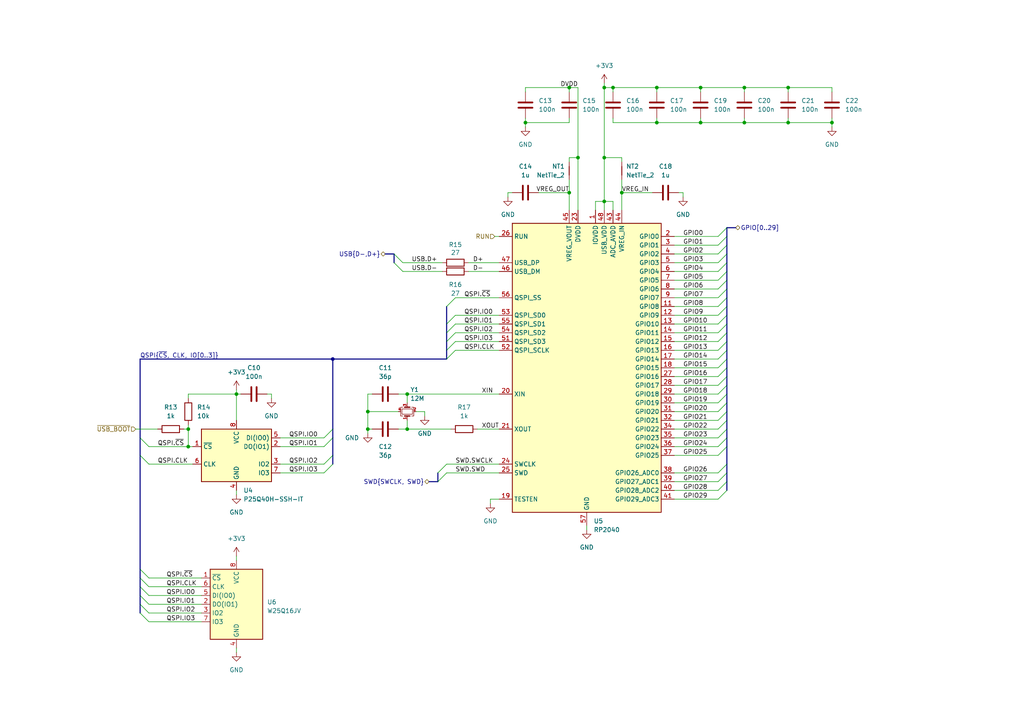
<source format=kicad_sch>
(kicad_sch (version 20230121) (generator eeschema)
  (paper "A4")
  (title_block (title "${title}") (date "2023-01-29") (rev "${revision}") (comment 1 "${repo}"))
  (lib_symbols
    (symbol "Device:C" (pin_numbers hide) (pin_names (offset 0.254))
      (property "Reference" "C" (at 0.635 2.54 0))
      (property "Value" "C" (at 0.635 -2.54 0))
      (symbol "C_0_1"
        (polyline (pts (xy -2.032 -0.762) (xy 2.032 -0.762)) (stroke (width 0.508)))
        (polyline (pts (xy -2.032 0.762) (xy 2.032 0.762)) (stroke (width 0.508)))
      )
      (symbol "C_1_1"
        (pin passive line (at 0 3.81 270) (length 2.794) (name "~") (number "1"))
        (pin passive line (at 0 -3.81 90) (length 2.794) (name "~") (number "2"))
      )
    )
    (symbol "Device:Crystal_GND24_Small" (pin_names (offset 1.016) hide)
      (property "Reference" "Y" (at 1.27 4.445 0))
      (property "Value" "Crystal_GND24_Small" (at 1.27 2.54 0))
      (symbol "Crystal_GND24_Small_0_1"
        (rectangle (start -0.762 -1.524) (end 0.762 1.524))
        (polyline (pts (xy -1.27 -0.762) (xy -1.27 0.762)) (stroke (width 0.381)))
        (polyline (pts (xy 1.27 -0.762) (xy 1.27 0.762)) (stroke (width 0.381)))
        (polyline (pts (xy -1.27 -1.27) (xy -1.27 -1.905) (xy 1.27 -1.905) (xy 1.27 -1.27)))
        (polyline (pts (xy -1.27 1.27) (xy -1.27 1.905) (xy 1.27 1.905) (xy 1.27 1.27)))
      )
      (symbol "Crystal_GND24_Small_1_1"
        (pin passive line (at -2.54 0 0) (length 1.27) (name "1") (number "1"))
        (pin passive line (at 0 -2.54 90) (length 0.635) (name "2") (number "2"))
        (pin passive line (at 2.54 0 180) (length 1.27) (name "3") (number "3"))
        (pin passive line (at 0 2.54 270) (length 0.635) (name "4") (number "4"))
      )
    )
    (symbol "Device:NetTie_2" (pin_numbers hide) (pin_names (offset 0) hide)
      (property "Reference" "NT" (at 0 1.27 0))
      (property "Value" "NetTie_2" (at 0 -1.27 0))
      (symbol "NetTie_2_0_1"
        (polyline (pts (xy -1.27 0) (xy 1.27 0)) (stroke (width 0.254)))
      )
      (symbol "NetTie_2_1_1"
        (pin passive line (at -2.54 0 0) (length 2.54) (name "1") (number "1"))
        (pin passive line (at 2.54 0 180) (length 2.54) (name "2") (number "2"))
      )
    )
    (symbol "Device:R" (pin_numbers hide) (pin_names (offset 0))
      (property "Reference" "R" (at 2.032 0 90))
      (property "Value" "R" (at 0 0 90))
      (symbol "R_0_1"
        (rectangle (start -1.016 -2.54) (end 1.016 2.54) (stroke (width 0.254)))
      )
      (symbol "R_1_1"
        (pin passive line (at 0 3.81 270) (length 1.27) (name "~") (number "1"))
        (pin passive line (at 0 -3.81 90) (length 1.27) (name "~") (number "2"))
      )
    )
    (symbol "MCU_RaspberryPi:RP2040"
      (property "Reference" "U" (at 17.78 45.72 0))
      (property "Value" "RP2040" (at 17.78 43.18 0))
      (symbol "RP2040_0_1"
        (rectangle (start -21.59 41.91) (end 21.59 -41.91) (stroke (width 0.254)) (fill (type background)))
      )
      (symbol "RP2040_1_1"
        (pin power_in line (at 2.54 45.72 270) (length 3.81) (name "IOVDD") (number "1"))
        (pin passive line (at 2.54 45.72 270) (length 3.81) hide (name "IOVDD") (number "10"))
        (pin bidirectional line (at 25.4 17.78 180) (length 3.81) (name "GPIO8") (number "11"))
        (pin bidirectional line (at 25.4 15.24 180) (length 3.81) (name "GPIO9") (number "12"))
        (pin bidirectional line (at 25.4 12.7 180) (length 3.81) (name "GPIO10") (number "13"))
        (pin bidirectional line (at 25.4 10.16 180) (length 3.81) (name "GPIO11") (number "14"))
        (pin bidirectional line (at 25.4 7.62 180) (length 3.81) (name "GPIO12") (number "15"))
        (pin bidirectional line (at 25.4 5.08 180) (length 3.81) (name "GPIO13") (number "16"))
        (pin bidirectional line (at 25.4 2.54 180) (length 3.81) (name "GPIO14") (number "17"))
        (pin bidirectional line (at 25.4 0 180) (length 3.81) (name "GPIO15") (number "18"))
        (pin input line (at -25.4 -38.1 0) (length 3.81) (name "TESTEN") (number "19"))
        (pin bidirectional line (at 25.4 38.1 180) (length 3.81) (name "GPIO0") (number "2"))
        (pin input line (at -25.4 -7.62 0) (length 3.81) (name "XIN") (number "20"))
        (pin passive line (at -25.4 -17.78 0) (length 3.81) (name "XOUT") (number "21"))
        (pin passive line (at 2.54 45.72 270) (length 3.81) hide (name "IOVDD") (number "22"))
        (pin power_in line (at -2.54 45.72 270) (length 3.81) (name "DVDD") (number "23"))
        (pin output line (at -25.4 -27.94 0) (length 3.81) (name "SWCLK") (number "24"))
        (pin bidirectional line (at -25.4 -30.48 0) (length 3.81) (name "SWD") (number "25"))
        (pin input line (at -25.4 38.1 0) (length 3.81) (name "RUN") (number "26"))
        (pin bidirectional line (at 25.4 -2.54 180) (length 3.81) (name "GPIO16") (number "27"))
        (pin bidirectional line (at 25.4 -5.08 180) (length 3.81) (name "GPIO17") (number "28"))
        (pin bidirectional line (at 25.4 -7.62 180) (length 3.81) (name "GPIO18") (number "29"))
        (pin bidirectional line (at 25.4 35.56 180) (length 3.81) (name "GPIO1") (number "3"))
        (pin bidirectional line (at 25.4 -10.16 180) (length 3.81) (name "GPIO19") (number "30"))
        (pin bidirectional line (at 25.4 -12.7 180) (length 3.81) (name "GPIO20") (number "31"))
        (pin bidirectional line (at 25.4 -15.24 180) (length 3.81) (name "GPIO21") (number "32"))
        (pin passive line (at 2.54 45.72 270) (length 3.81) hide (name "IOVDD") (number "33"))
        (pin bidirectional line (at 25.4 -17.78 180) (length 3.81) (name "GPIO22") (number "34"))
        (pin bidirectional line (at 25.4 -20.32 180) (length 3.81) (name "GPIO23") (number "35"))
        (pin bidirectional line (at 25.4 -22.86 180) (length 3.81) (name "GPIO24") (number "36"))
        (pin bidirectional line (at 25.4 -25.4 180) (length 3.81) (name "GPIO25") (number "37"))
        (pin bidirectional line (at 25.4 -30.48 180) (length 3.81) (name "GPIO26_ADC0") (number "38"))
        (pin bidirectional line (at 25.4 -33.02 180) (length 3.81) (name "GPIO27_ADC1") (number "39"))
        (pin bidirectional line (at 25.4 33.02 180) (length 3.81) (name "GPIO2") (number "4"))
        (pin bidirectional line (at 25.4 -35.56 180) (length 3.81) (name "GPIO28_ADC2") (number "40"))
        (pin bidirectional line (at 25.4 -38.1 180) (length 3.81) (name "GPIO29_ADC3") (number "41"))
        (pin passive line (at 2.54 45.72 270) (length 3.81) hide (name "IOVDD") (number "42"))
        (pin power_in line (at 7.62 45.72 270) (length 3.81) (name "ADC_AVDD") (number "43"))
        (pin power_in line (at 10.16 45.72 270) (length 3.81) (name "VREG_IN") (number "44"))
        (pin power_out line (at -5.08 45.72 270) (length 3.81) (name "VREG_VOUT") (number "45"))
        (pin bidirectional line (at -25.4 27.94 0) (length 3.81) (name "USB_DM") (number "46"))
        (pin bidirectional line (at -25.4 30.48 0) (length 3.81) (name "USB_DP") (number "47"))
        (pin power_in line (at 5.08 45.72 270) (length 3.81) (name "USB_VDD") (number "48"))
        (pin passive line (at 2.54 45.72 270) (length 3.81) hide (name "IOVDD") (number "49"))
        (pin bidirectional line (at 25.4 30.48 180) (length 3.81) (name "GPIO3") (number "5"))
        (pin passive line (at -2.54 45.72 270) (length 3.81) hide (name "DVDD") (number "50"))
        (pin bidirectional line (at -25.4 7.62 0) (length 3.81) (name "QSPI_SD3") (number "51"))
        (pin output line (at -25.4 5.08 0) (length 3.81) (name "QSPI_SCLK") (number "52"))
        (pin bidirectional line (at -25.4 15.24 0) (length 3.81) (name "QSPI_SD0") (number "53"))
        (pin bidirectional line (at -25.4 10.16 0) (length 3.81) (name "QSPI_SD2") (number "54"))
        (pin bidirectional line (at -25.4 12.7 0) (length 3.81) (name "QSPI_SD1") (number "55"))
        (pin bidirectional line (at -25.4 20.32 0) (length 3.81) (name "QSPI_SS") (number "56"))
        (pin power_in line (at 0 -45.72 90) (length 3.81) (name "GND") (number "57"))
        (pin bidirectional line (at 25.4 27.94 180) (length 3.81) (name "GPIO4") (number "6"))
        (pin bidirectional line (at 25.4 25.4 180) (length 3.81) (name "GPIO5") (number "7"))
        (pin bidirectional line (at 25.4 22.86 180) (length 3.81) (name "GPIO6") (number "8"))
        (pin bidirectional line (at 25.4 20.32 180) (length 3.81) (name "GPIO7") (number "9"))
      )
    )
    (symbol "Memory_Flash:W25Q32JVSS"
      (property "Reference" "U" (at -8.89 8.89 0))
      (property "Value" "W25Q32JVSS" (at 7.62 8.89 0))
      (symbol "W25Q32JVSS_0_1"
        (rectangle (start -10.16 7.62) (end 10.16 -7.62) (stroke (width 0.254)) (fill (type background)))
      )
      (symbol "W25Q32JVSS_1_1"
        (pin input line (at -12.7 2.54 0) (length 2.54) (name "~{CS}") (number "1"))
        (pin bidirectional line (at 12.7 2.54 180) (length 2.54) (name "DO(IO1)") (number "2"))
        (pin bidirectional line (at 12.7 -2.54 180) (length 2.54) (name "IO2") (number "3"))
        (pin power_in line (at 0 -10.16 90) (length 2.54) (name "GND") (number "4"))
        (pin bidirectional line (at 12.7 5.08 180) (length 2.54) (name "DI(IO0)") (number "5"))
        (pin input line (at -12.7 -2.54 0) (length 2.54) (name "CLK") (number "6"))
        (pin bidirectional line (at 12.7 -5.08 180) (length 2.54) (name "IO3") (number "7"))
        (pin power_in line (at 0 10.16 270) (length 2.54) (name "VCC") (number "8"))
      )
    )
    (symbol "W25Q32JVSS_1"
      (property "Reference" "U" (at -6.35 11.43 0))
      (property "Value" "W25Q32JVSS" (at 7.62 11.43 0))
      (symbol "W25Q32JVSS_1_0_1"
        (rectangle (start -7.62 10.16) (end 7.62 -10.16) (stroke (width 0.254)) (fill (type background)))
      )
      (symbol "W25Q32JVSS_1_1_1"
        (pin input line (at -10.16 7.62 0) (length 2.54) (name "~{CS}") (number "1"))
        (pin bidirectional line (at -10.16 0 0) (length 2.54) (name "DO(IO1)") (number "2"))
        (pin bidirectional line (at -10.16 -2.54 0) (length 2.54) (name "IO2") (number "3"))
        (pin power_in line (at 0 -12.7 90) (length 2.54) (name "GND") (number "4"))
        (pin bidirectional line (at -10.16 2.54 0) (length 2.54) (name "DI(IO0)") (number "5"))
        (pin input line (at -10.16 5.08 0) (length 2.54) (name "CLK") (number "6"))
        (pin bidirectional line (at -10.16 -5.08 0) (length 2.54) (name "IO3") (number "7"))
        (pin power_in line (at 0 12.7 270) (length 2.54) (name "VCC") (number "8"))
      )
    )
    (symbol "power:+3V3" (power) (pin_names (offset 0))
      (property "Value" "+3V3" (at 0 3.556 0))
      (symbol "+3V3_0_1"
        (polyline (pts (xy -0.762 1.27) (xy 0 2.54)))
        (polyline (pts (xy 0 0) (xy 0 2.54)))
        (polyline (pts (xy 0 2.54) (xy 0.762 1.27)))
      )
      (symbol "+3V3_1_1"
        (pin power_in line (at 0 0 90) (length 0) hide (name "+3V3") (number "1"))
      )
    )
    (symbol "power:GND" (power) (pin_names (offset 0))
      (property "Value" "GND" (at 0 -3.81 0))
      (symbol "GND_0_1"
        (polyline (pts (xy 0 0) (xy 0 -1.27) (xy 1.27 -1.27) (xy 0 -2.54) (xy -1.27 -1.27) (xy 0 -1.27)))
      )
      (symbol "GND_1_1"
        (pin power_in line (at 0 0 270) (length 0) hide (name "GND") (number "1"))
      )
    )
  )
  (junction (at 175.26 25.4))
  (junction (at 190.5 35.56))
  (junction (at 54.61 124.46))
  (junction (at 175.26 58.42))
  (junction (at 106.68 119.38))
  (junction (at 118.11 114.3))
  (junction (at 228.6 35.56))
  (junction (at 167.64 45.72))
  (junction (at 177.8 25.4))
  (junction (at 215.9 25.4))
  (junction (at 175.26 45.72))
  (junction (at 180.34 55.88))
  (junction (at 165.1 25.4))
  (junction (at 106.68 124.46))
  (junction (at 96.52 104.14))
  (junction (at 215.9 35.56))
  (junction (at 190.5 25.4))
  (junction (at 241.3 35.56))
  (junction (at 203.2 35.56))
  (junction (at 228.6 25.4))
  (junction (at 203.2 25.4))
  (junction (at 165.1 55.88))
  (junction (at 54.61 129.54))
  (junction (at 68.58 114.3))
  (junction (at 152.4 35.56))
  (junction (at 118.11 124.46))
  (bus_entry (at 129.54 96.52) (size 2.54 -2.54))
  (bus_entry (at 96.52 134.62) (size -2.54 2.54))
  (bus_entry (at 40.64 175.26) (size 2.54 2.54))
  (bus_entry (at 210.82 88.9) (size -2.54 2.54))
  (bus_entry (at 210.82 86.36) (size -2.54 2.54))
  (bus_entry (at 210.82 119.38) (size -2.54 2.54))
  (bus_entry (at 129.54 104.14) (size 2.54 -2.54))
  (bus_entry (at 210.82 71.12) (size -2.54 2.54))
  (bus_entry (at 210.82 91.44) (size -2.54 2.54))
  (bus_entry (at 210.82 81.28) (size -2.54 2.54))
  (bus_entry (at 96.52 132.08) (size -2.54 2.54))
  (bus_entry (at 40.64 167.64) (size 2.54 2.54))
  (bus_entry (at 114.3 76.2) (size 2.54 2.54))
  (bus_entry (at 127 137.16) (size 2.54 -2.54))
  (bus_entry (at 40.64 172.72) (size 2.54 2.54))
  (bus_entry (at 40.64 127) (size 2.54 2.54))
  (bus_entry (at 127 139.7) (size 2.54 -2.54))
  (bus_entry (at 210.82 134.62) (size -2.54 2.54))
  (bus_entry (at 96.52 127) (size -2.54 2.54))
  (bus_entry (at 210.82 116.84) (size -2.54 2.54))
  (bus_entry (at 210.82 78.74) (size -2.54 2.54))
  (bus_entry (at 210.82 83.82) (size -2.54 2.54))
  (bus_entry (at 210.82 121.92) (size -2.54 2.54))
  (bus_entry (at 210.82 129.54) (size -2.54 2.54))
  (bus_entry (at 210.82 99.06) (size -2.54 2.54))
  (bus_entry (at 129.54 101.6) (size 2.54 -2.54))
  (bus_entry (at 210.82 106.68) (size -2.54 2.54))
  (bus_entry (at 40.64 165.1) (size 2.54 2.54))
  (bus_entry (at 210.82 111.76) (size -2.54 2.54))
  (bus_entry (at 210.82 68.58) (size -2.54 2.54))
  (bus_entry (at 210.82 104.14) (size -2.54 2.54))
  (bus_entry (at 210.82 76.2) (size -2.54 2.54))
  (bus_entry (at 210.82 66.04) (size -2.54 2.54))
  (bus_entry (at 210.82 124.46) (size -2.54 2.54))
  (bus_entry (at 40.64 170.18) (size 2.54 2.54))
  (bus_entry (at 210.82 96.52) (size -2.54 2.54))
  (bus_entry (at 129.54 93.98) (size 2.54 -2.54))
  (bus_entry (at 210.82 109.22) (size -2.54 2.54))
  (bus_entry (at 129.54 88.9) (size 2.54 -2.54))
  (bus_entry (at 210.82 127) (size -2.54 2.54))
  (bus_entry (at 210.82 137.16) (size -2.54 2.54))
  (bus_entry (at 210.82 93.98) (size -2.54 2.54))
  (bus_entry (at 208.28 144.78) (size 2.54 -2.54))
  (bus_entry (at 210.82 101.6) (size -2.54 2.54))
  (bus_entry (at 40.64 132.08) (size 2.54 2.54))
  (bus_entry (at 210.82 73.66) (size -2.54 2.54))
  (bus_entry (at 96.52 124.46) (size -2.54 2.54))
  (bus_entry (at 40.64 177.8) (size 2.54 2.54))
  (bus_entry (at 210.82 114.3) (size -2.54 2.54))
  (bus_entry (at 210.82 139.7) (size -2.54 2.54))
  (bus_entry (at 129.54 99.06) (size 2.54 -2.54))
  (bus_entry (at 114.3 73.66) (size 2.54 2.54))
  (bus (pts (xy 210.82 93.98) (xy 210.82 96.52)))
  (wire (pts (xy 215.9 25.4) (xy 215.9 26.67)))
  (wire (pts (xy 203.2 34.29) (xy 203.2 35.56)))
  (wire (pts (xy 68.58 113.03) (xy 68.58 114.3)))
  (wire (pts (xy 43.18 175.26) (xy 58.42 175.26)))
  (wire (pts (xy 195.58 144.78) (xy 208.28 144.78)))
  (wire (pts (xy 165.1 55.88) (xy 165.1 52.07)))
  (bus (pts (xy 40.64 167.64) (xy 40.64 170.18)))
  (bus (pts (xy 96.52 104.14) (xy 96.52 124.46)))
  (bus (pts (xy 210.82 66.04) (xy 210.82 68.58)))
  (bus (pts (xy 210.82 111.76) (xy 210.82 114.3)))
  (wire (pts (xy 180.34 60.96) (xy 180.34 55.88)))
  (wire (pts (xy 68.58 161.29) (xy 68.58 162.56)))
  (wire (pts (xy 195.58 106.68) (xy 208.28 106.68)))
  (wire (pts (xy 195.58 109.22) (xy 208.28 109.22)))
  (wire (pts (xy 228.6 35.56) (xy 241.3 35.56)))
  (wire (pts (xy 190.5 25.4) (xy 203.2 25.4)))
  (wire (pts (xy 152.4 26.67) (xy 152.4 25.4)))
  (wire (pts (xy 241.3 35.56) (xy 241.3 34.29)))
  (bus (pts (xy 40.64 172.72) (xy 40.64 175.26)))
  (wire (pts (xy 203.2 25.4) (xy 203.2 26.67)))
  (wire (pts (xy 195.58 96.52) (xy 208.28 96.52)))
  (bus (pts (xy 210.82 83.82) (xy 210.82 86.36)))
  (wire (pts (xy 165.1 55.88) (xy 165.1 60.96)))
  (wire (pts (xy 106.68 114.3) (xy 106.68 119.38)))
  (wire (pts (xy 147.32 57.15) (xy 147.32 55.88)))
  (wire (pts (xy 175.26 58.42) (xy 177.8 58.42)))
  (bus (pts (xy 210.82 71.12) (xy 210.82 73.66)))
  (wire (pts (xy 165.1 45.72) (xy 165.1 46.99)))
  (wire (pts (xy 195.58 93.98) (xy 208.28 93.98)))
  (wire (pts (xy 177.8 25.4) (xy 177.8 26.67)))
  (wire (pts (xy 195.58 86.36) (xy 208.28 86.36)))
  (wire (pts (xy 195.58 71.12) (xy 208.28 71.12)))
  (wire (pts (xy 195.58 78.74) (xy 208.28 78.74)))
  (bus (pts (xy 129.54 88.9) (xy 129.54 93.98)))
  (bus (pts (xy 96.52 127) (xy 96.52 132.08)))
  (wire (pts (xy 167.64 25.4) (xy 167.64 45.72)))
  (wire (pts (xy 68.58 187.96) (xy 68.58 189.23)))
  (wire (pts (xy 54.61 129.54) (xy 55.88 129.54)))
  (wire (pts (xy 241.3 35.56) (xy 241.3 36.83)))
  (wire (pts (xy 167.64 25.4) (xy 165.1 25.4)))
  (wire (pts (xy 152.4 35.56) (xy 152.4 36.83)))
  (bus (pts (xy 210.82 96.52) (xy 210.82 99.06)))
  (wire (pts (xy 106.68 124.46) (xy 107.95 124.46)))
  (bus (pts (xy 40.64 165.1) (xy 40.64 167.64)))
  (bus (pts (xy 129.54 93.98) (xy 129.54 96.52)))
  (wire (pts (xy 195.58 116.84) (xy 208.28 116.84)))
  (wire (pts (xy 142.24 144.78) (xy 144.78 144.78)))
  (bus (pts (xy 210.82 127) (xy 210.82 129.54)))
  (wire (pts (xy 132.08 96.52) (xy 144.78 96.52)))
  (bus (pts (xy 96.52 104.14) (xy 129.54 104.14)))
  (wire (pts (xy 195.58 127) (xy 208.28 127)))
  (bus (pts (xy 127 139.7) (xy 127 137.16)))
  (wire (pts (xy 228.6 25.4) (xy 228.6 26.67)))
  (bus (pts (xy 210.82 78.74) (xy 210.82 81.28)))
  (bus (pts (xy 210.82 88.9) (xy 210.82 91.44)))
  (wire (pts (xy 195.58 132.08) (xy 208.28 132.08)))
  (wire (pts (xy 115.57 124.46) (xy 118.11 124.46)))
  (wire (pts (xy 120.65 119.38) (xy 123.19 119.38)))
  (wire (pts (xy 195.58 114.3) (xy 208.28 114.3)))
  (wire (pts (xy 132.08 99.06) (xy 144.78 99.06)))
  (wire (pts (xy 167.64 45.72) (xy 167.64 60.96)))
  (wire (pts (xy 152.4 35.56) (xy 152.4 34.29)))
  (bus (pts (xy 210.82 116.84) (xy 210.82 119.38)))
  (bus (pts (xy 114.3 73.66) (xy 114.3 76.2)))
  (wire (pts (xy 198.12 55.88) (xy 198.12 57.15)))
  (wire (pts (xy 78.74 115.57) (xy 78.74 114.3)))
  (wire (pts (xy 190.5 25.4) (xy 190.5 26.67)))
  (wire (pts (xy 54.61 115.57) (xy 54.61 114.3)))
  (bus (pts (xy 210.82 124.46) (xy 210.82 127)))
  (bus (pts (xy 210.82 81.28) (xy 210.82 83.82)))
  (wire (pts (xy 43.18 129.54) (xy 54.61 129.54)))
  (bus (pts (xy 129.54 96.52) (xy 129.54 99.06)))
  (bus (pts (xy 129.54 99.06) (xy 129.54 101.6)))
  (wire (pts (xy 195.58 111.76) (xy 208.28 111.76)))
  (wire (pts (xy 215.9 35.56) (xy 215.9 34.29)))
  (wire (pts (xy 241.3 25.4) (xy 241.3 26.67)))
  (bus (pts (xy 210.82 68.58) (xy 210.82 71.12)))
  (bus (pts (xy 210.82 99.06) (xy 210.82 101.6)))
  (wire (pts (xy 165.1 35.56) (xy 152.4 35.56)))
  (wire (pts (xy 180.34 45.72) (xy 180.34 46.99)))
  (bus (pts (xy 129.54 101.6) (xy 129.54 104.14)))
  (wire (pts (xy 175.26 58.42) (xy 175.26 60.96)))
  (wire (pts (xy 165.1 34.29) (xy 165.1 35.56)))
  (wire (pts (xy 43.18 177.8) (xy 58.42 177.8)))
  (wire (pts (xy 132.08 93.98) (xy 144.78 93.98)))
  (bus (pts (xy 96.52 124.46) (xy 96.52 127)))
  (wire (pts (xy 115.57 114.3) (xy 118.11 114.3)))
  (bus (pts (xy 40.64 104.14) (xy 40.64 127)))
  (wire (pts (xy 129.54 137.16) (xy 144.78 137.16)))
  (wire (pts (xy 81.28 137.16) (xy 93.98 137.16)))
  (wire (pts (xy 195.58 88.9) (xy 208.28 88.9)))
  (bus (pts (xy 210.82 137.16) (xy 210.82 139.7)))
  (wire (pts (xy 118.11 124.46) (xy 118.11 121.92)))
  (wire (pts (xy 190.5 35.56) (xy 203.2 35.56)))
  (wire (pts (xy 68.58 114.3) (xy 68.58 121.92)))
  (wire (pts (xy 106.68 119.38) (xy 115.57 119.38)))
  (wire (pts (xy 196.85 55.88) (xy 198.12 55.88)))
  (wire (pts (xy 228.6 25.4) (xy 241.3 25.4)))
  (bus (pts (xy 40.64 127) (xy 40.64 132.08)))
  (wire (pts (xy 43.18 180.34) (xy 58.42 180.34)))
  (wire (pts (xy 195.58 139.7) (xy 208.28 139.7)))
  (wire (pts (xy 177.8 34.29) (xy 177.8 35.56)))
  (bus (pts (xy 40.64 104.14) (xy 96.52 104.14)))
  (wire (pts (xy 43.18 172.72) (xy 58.42 172.72)))
  (bus (pts (xy 210.82 101.6) (xy 210.82 104.14)))
  (wire (pts (xy 143.51 68.58) (xy 144.78 68.58)))
  (bus (pts (xy 210.82 109.22) (xy 210.82 111.76)))
  (bus (pts (xy 210.82 121.92) (xy 210.82 124.46)))
  (wire (pts (xy 195.58 81.28) (xy 208.28 81.28)))
  (wire (pts (xy 190.5 35.56) (xy 190.5 34.29)))
  (wire (pts (xy 177.8 58.42) (xy 177.8 60.96)))
  (wire (pts (xy 106.68 119.38) (xy 106.68 124.46)))
  (bus (pts (xy 210.82 134.62) (xy 210.82 137.16)))
  (wire (pts (xy 195.58 119.38) (xy 208.28 119.38)))
  (wire (pts (xy 142.24 144.78) (xy 142.24 146.05)))
  (wire (pts (xy 68.58 114.3) (xy 69.85 114.3)))
  (wire (pts (xy 177.8 25.4) (xy 190.5 25.4)))
  (wire (pts (xy 43.18 167.64) (xy 58.42 167.64)))
  (wire (pts (xy 132.08 91.44) (xy 144.78 91.44)))
  (wire (pts (xy 165.1 45.72) (xy 167.64 45.72)))
  (wire (pts (xy 175.26 24.13) (xy 175.26 25.4)))
  (wire (pts (xy 195.58 129.54) (xy 208.28 129.54)))
  (bus (pts (xy 210.82 119.38) (xy 210.82 121.92)))
  (wire (pts (xy 135.89 78.74) (xy 144.78 78.74)))
  (bus (pts (xy 210.82 86.36) (xy 210.82 88.9)))
  (bus (pts (xy 210.82 114.3) (xy 210.82 116.84)))
  (bus (pts (xy 40.64 132.08) (xy 40.64 165.1)))
  (wire (pts (xy 132.08 86.36) (xy 144.78 86.36)))
  (wire (pts (xy 195.58 101.6) (xy 208.28 101.6)))
  (bus (pts (xy 210.82 106.68) (xy 210.82 109.22)))
  (wire (pts (xy 195.58 137.16) (xy 208.28 137.16)))
  (wire (pts (xy 195.58 91.44) (xy 208.28 91.44)))
  (bus (pts (xy 210.82 91.44) (xy 210.82 93.98)))
  (wire (pts (xy 43.18 134.62) (xy 55.88 134.62)))
  (wire (pts (xy 195.58 124.46) (xy 208.28 124.46)))
  (wire (pts (xy 39.37 124.46) (xy 45.72 124.46)))
  (bus (pts (xy 96.52 132.08) (xy 96.52 134.62)))
  (bus (pts (xy 40.64 175.26) (xy 40.64 177.8)))
  (wire (pts (xy 118.11 124.46) (xy 130.81 124.46)))
  (wire (pts (xy 215.9 25.4) (xy 228.6 25.4)))
  (bus (pts (xy 210.82 73.66) (xy 210.82 76.2)))
  (wire (pts (xy 195.58 73.66) (xy 208.28 73.66)))
  (wire (pts (xy 195.58 99.06) (xy 208.28 99.06)))
  (wire (pts (xy 175.26 25.4) (xy 175.26 45.72)))
  (bus (pts (xy 124.46 139.7) (xy 127 139.7)))
  (wire (pts (xy 175.26 25.4) (xy 177.8 25.4)))
  (wire (pts (xy 106.68 124.46) (xy 106.68 125.73)))
  (wire (pts (xy 54.61 114.3) (xy 68.58 114.3)))
  (wire (pts (xy 170.18 152.4) (xy 170.18 153.67)))
  (wire (pts (xy 147.32 55.88) (xy 148.59 55.88)))
  (wire (pts (xy 43.18 170.18) (xy 58.42 170.18)))
  (wire (pts (xy 116.84 78.74) (xy 128.27 78.74)))
  (bus (pts (xy 210.82 76.2) (xy 210.82 78.74)))
  (wire (pts (xy 53.34 124.46) (xy 54.61 124.46)))
  (bus (pts (xy 111.76 73.66) (xy 114.3 73.66)))
  (wire (pts (xy 215.9 35.56) (xy 228.6 35.56)))
  (wire (pts (xy 165.1 55.88) (xy 156.21 55.88)))
  (wire (pts (xy 203.2 25.4) (xy 215.9 25.4)))
  (bus (pts (xy 210.82 139.7) (xy 210.82 142.24)))
  (wire (pts (xy 107.95 114.3) (xy 106.68 114.3)))
  (bus (pts (xy 40.64 170.18) (xy 40.64 172.72)))
  (wire (pts (xy 152.4 25.4) (xy 165.1 25.4)))
  (wire (pts (xy 172.72 58.42) (xy 172.72 60.96)))
  (wire (pts (xy 172.72 58.42) (xy 175.26 58.42)))
  (wire (pts (xy 195.58 83.82) (xy 208.28 83.82)))
  (wire (pts (xy 81.28 134.62) (xy 93.98 134.62)))
  (wire (pts (xy 135.89 76.2) (xy 144.78 76.2)))
  (wire (pts (xy 195.58 142.24) (xy 208.28 142.24)))
  (wire (pts (xy 228.6 35.56) (xy 228.6 34.29)))
  (wire (pts (xy 132.08 101.6) (xy 144.78 101.6)))
  (wire (pts (xy 54.61 124.46) (xy 54.61 129.54)))
  (wire (pts (xy 68.58 142.24) (xy 68.58 143.51)))
  (bus (pts (xy 210.82 129.54) (xy 210.82 134.62)))
  (wire (pts (xy 138.43 124.46) (xy 144.78 124.46)))
  (wire (pts (xy 180.34 55.88) (xy 189.23 55.88)))
  (wire (pts (xy 175.26 45.72) (xy 180.34 45.72)))
  (wire (pts (xy 195.58 76.2) (xy 208.28 76.2)))
  (wire (pts (xy 118.11 114.3) (xy 144.78 114.3)))
  (wire (pts (xy 129.54 134.62) (xy 144.78 134.62)))
  (wire (pts (xy 195.58 121.92) (xy 208.28 121.92)))
  (wire (pts (xy 175.26 45.72) (xy 175.26 58.42)))
  (bus (pts (xy 210.82 66.04) (xy 213.36 66.04)))
  (bus (pts (xy 210.82 104.14) (xy 210.82 106.68)))
  (wire (pts (xy 177.8 35.56) (xy 190.5 35.56)))
  (wire (pts (xy 78.74 114.3) (xy 77.47 114.3)))
  (wire (pts (xy 118.11 116.84) (xy 118.11 114.3)))
  (wire (pts (xy 195.58 104.14) (xy 208.28 104.14)))
  (wire (pts (xy 165.1 25.4) (xy 165.1 26.67)))
  (wire (pts (xy 81.28 129.54) (xy 93.98 129.54)))
  (wire (pts (xy 203.2 35.56) (xy 215.9 35.56)))
  (wire (pts (xy 180.34 52.07) (xy 180.34 55.88)))
  (wire (pts (xy 81.28 127) (xy 93.98 127)))
  (wire (pts (xy 116.84 76.2) (xy 128.27 76.2)))
  (wire (pts (xy 195.58 68.58) (xy 208.28 68.58)))
  (wire (pts (xy 54.61 123.19) (xy 54.61 124.46)))
  (wire (pts (xy 123.19 119.38) (xy 123.19 120.65)))
  (label "GPIO15" (at 198.12 106.68 0))
  (label "XOUT" (at 139.7 124.46 0))
  (label "USB.D-" (at 119.38 78.74 0))
  (label "QSPI.IO2" (at 48.26 177.8 0))
  (label "VREG_OUT" (at 165.1 55.88 180))
  (label "DVDD" (at 167.64 25.4 180))
  (label "QSPI.IO1" (at 83.82 129.54 0))
  (label "GPIO23" (at 198.12 127 0))
  (label "SWD.SWCLK" (at 132.08 134.62 0))
  (label "QSPI.~{CS}" (at 134.62 86.36 0))
  (label "GPIO9" (at 198.12 91.44 0))
  (label "QSPI.IO0" (at 48.26 172.72 0))
  (label "GPIO12" (at 198.12 99.06 0))
  (label "GPIO4" (at 198.12 78.74 0))
  (label "QSPI.CLK" (at 48.26 170.18 0))
  (label "QSPI.~{CS}" (at 45.72 129.54 0))
  (label "QSPI.IO3" (at 48.26 180.34 0))
  (label "GPIO27" (at 198.12 139.7 0))
  (label "GPIO16" (at 198.12 109.22 0))
  (label "QSPI.CLK" (at 45.72 134.62 0))
  (label "XIN" (at 139.7 114.3 0))
  (label "GPIO17" (at 198.12 111.76 0))
  (label "GPIO18" (at 198.12 114.3 0))
  (label "GPIO8" (at 198.12 88.9 0))
  (label "QSPI.IO0" (at 134.62 91.44 0))
  (label "GPIO22" (at 198.12 124.46 0))
  (label "GPIO21" (at 198.12 121.92 0))
  (label "GPIO11" (at 198.12 96.52 0))
  (label "GPIO20" (at 198.12 119.38 0))
  (label "GPIO28" (at 198.12 142.24 0))
  (label "GPIO10" (at 198.12 93.98 0))
  (label "QSPI.~{CS}" (at 48.26 167.64 0))
  (label "GPIO29" (at 198.12 144.78 0))
  (label "QSPI.CLK" (at 134.62 101.6 0))
  (label "D+" (at 137.16 76.2 0))
  (label "GPIO3" (at 198.12 76.2 0))
  (label "QSPI.IO3" (at 134.62 99.06 0))
  (label "QSPI.IO1" (at 48.26 175.26 0))
  (label "GPIO1" (at 198.12 71.12 0))
  (label "QSPI.IO3" (at 83.82 137.16 0))
  (label "D-" (at 137.16 78.74 0))
  (label "GPIO0" (at 198.12 68.58 0))
  (label "QSPI.IO2" (at 83.82 134.62 0))
  (label "QSPI.IO1" (at 134.62 93.98 0))
  (label "QSPI{~{CS}, CLK, IO[0..3]}" (at 40.64 104.14 0))
  (label "GPIO5" (at 198.12 81.28 0))
  (label "QSPI.IO0" (at 83.82 127 0))
  (label "GPIO25" (at 198.12 132.08 0))
  (label "GPIO19" (at 198.12 116.84 0))
  (label "GPIO6" (at 198.12 83.82 0))
  (label "GPIO7" (at 198.12 86.36 0))
  (label "GPIO2" (at 198.12 73.66 0))
  (label "SWD.SWD" (at 132.08 137.16 0))
  (label "GPIO14" (at 198.12 104.14 0))
  (label "GPIO13" (at 198.12 101.6 0))
  (label "GPIO24" (at 198.12 129.54 0))
  (label "VREG_IN" (at 180.34 55.88 0))
  (label "QSPI.IO2" (at 134.62 96.52 0))
  (label "USB.D+" (at 119.38 76.2 0))
  (label "GPIO26" (at 198.12 137.16 0))
  (hierarchical_label "USB{D-,D+}" (shape bidirectional) (at 111.76 73.66 180))
  (hierarchical_label "~{USB_BOOT}" (shape input) (at 39.37 124.46 180))
  (hierarchical_label "RUN" (shape input) (at 143.51 68.58 180))
  (hierarchical_label "GPIO[0..29]" (shape bidirectional) (at 213.36 66.04 0))
  (hierarchical_label "SWD{SWCLK, SWD}" (shape bidirectional) (at 124.46 139.7 180))
  (symbol (lib_id "power:GND") (at 241.3 36.83 0) (unit 1)
    (property "Reference" "#PWR0103" (effects hide))
    (property "Value" "GND" (at 241.3 41.91 0))
  )
  (symbol (lib_id "power:+3V3") (at 68.58 161.29 0) (unit 1)
    (property "Reference" "#PWR0104" (effects hide))
    (property "Value" "+3V3" (at 68.58 156.21 0))
  )
  (symbol (lib_id "Device:C") (at 73.66 114.3 90) (unit 1)
    (property "Reference" "C10" (at 73.66 106.68 90))
    (property "Value" "100n" (at 73.66 109.22 90))
    (property "Footprint" "Capacitor_SMD:C_0603_1608Metric" (effects hide))
  )
  (symbol (lib_id "Device:C") (at 152.4 30.48 0) (unit 1)
    (property "Reference" "C13" (at 156.21 29.2099 0) (effects (justify left)))
    (property "Value" "100n" (at 156.21 31.7499 0) (effects (justify left)))
    (property "Footprint" "Capacitor_SMD:C_0603_1608Metric" (effects hide))
  )
  (symbol (lib_id "Device:NetTie_2") (at 165.1 49.53 90) (unit 1)
    (property "Reference" "NT1" (at 163.83 48.2599 90) (effects (justify left)))
    (property "Value" "NetTie_2" (at 163.83 50.7999 90) (effects (justify left)))
    (property "Footprint" "NetTie:NetTie-2_SMD_Pad0.5mm" (effects hide))
  )
  (symbol (lib_id "Device:C") (at 190.5 30.48 0) (unit 1)
    (property "Reference" "C17" (at 194.31 29.2099 0) (effects (justify left)))
    (property "Value" "100n" (at 194.31 31.7499 0) (effects (justify left)))
    (property "Footprint" "Capacitor_SMD:C_0603_1608Metric" (effects hide))
  )
  (symbol (lib_id "power:+3V3") (at 68.58 113.03 0) (unit 1)
    (property "Reference" "#PWR092" (effects hide))
    (property "Value" "+3V3" (at 68.58 107.95 0))
  )
  (symbol (lib_id "power:GND") (at 68.58 143.51 0) (unit 1)
    (property "Reference" "#PWR093" (effects hide))
    (property "Value" "GND" (at 68.58 148.59 0))
  )
  (symbol (lib_id "power:GND") (at 147.32 57.15 0) (unit 1)
    (property "Reference" "#PWR098" (effects hide))
    (property "Value" "GND" (at 147.32 62.23 0))
  )
  (symbol (lib_id "Device:C") (at 228.6 30.48 0) (unit 1)
    (property "Reference" "C21" (at 232.41 29.2099 0) (effects (justify left)))
    (property "Value" "100n" (at 232.41 31.7499 0) (effects (justify left)))
    (property "Footprint" "Capacitor_SMD:C_0603_1608Metric" (effects hide))
  )
  (symbol (lib_id "power:GND") (at 152.4 36.83 0) (unit 1)
    (property "Reference" "#PWR099" (effects hide))
    (property "Value" "GND" (at 152.4 41.91 0))
  )
  (symbol (lib_id "power:GND") (at 78.74 115.57 0) (unit 1)
    (property "Reference" "#PWR094" (effects hide))
    (property "Value" "GND" (at 78.74 120.65 0))
  )
  (symbol (lib_id "Device:R") (at 49.53 124.46 90) (unit 1)
    (property "Reference" "R13" (at 49.53 118.11 90))
    (property "Value" "1k" (at 49.53 120.65 90))
    (property "Footprint" "Resistor_SMD:R_0603_1608Metric" (effects hide))
  )
  (symbol (lib_id "Device:C") (at 203.2 30.48 0) (unit 1)
    (property "Reference" "C19" (at 207.01 29.2099 0) (effects (justify left)))
    (property "Value" "100n" (at 207.01 31.7499 0) (effects (justify left)))
    (property "Footprint" "Capacitor_SMD:C_0603_1608Metric" (effects hide))
  )
  (symbol (lib_id "power:+3V3") (at 175.26 24.13 0) (unit 1)
    (property "Reference" "#PWR0101" (effects hide))
    (property "Value" "+3V3" (at 175.26 19.05 0))
  )
  (symbol (lib_id "MCU_RaspberryPi:RP2040") (at 170.18 106.68 0) (unit 1)
    (property "Reference" "U5" (at 172.1994 151.13 0) (effects (justify left)))
    (property "Value" "RP2040" (at 172.1994 153.67 0) (effects (justify left)))
    (property "Footprint" "Package_DFN_QFN:QFN-56-1EP_7x7mm_P0.4mm_EP3.2x3.2mm" (effects hide))
    (property "Datasheet" "https://datasheets.raspberrypi.com/rp2040/rp2040-datasheet.pdf" (effects hide))
  )
  (symbol (lib_id "Device:C") (at 241.3 30.48 0) (unit 1)
    (property "Reference" "C22" (at 245.11 29.2099 0) (effects (justify left)))
    (property "Value" "100n" (at 245.11 31.7499 0) (effects (justify left)))
    (property "Footprint" "Capacitor_SMD:C_0603_1608Metric" (effects hide))
  )
  (symbol (lib_id "power:GND") (at 68.58 189.23 0) (unit 1)
    (property "Reference" "#PWR0105" (effects hide))
    (property "Value" "GND" (at 68.58 194.31 0))
  )
  (symbol (lib_id "Device:Crystal_GND24_Small") (at 118.11 119.38 90) (unit 1)
    (property "Reference" "Y1" (at 118.9989 113.03 90) (effects (justify right)))
    (property "Value" "12M" (at 118.9989 115.57 90) (effects (justify right)))
    (property "Footprint" "Crystal:Crystal_SMD_3225-4Pin_3.2x2.5mm" (effects hide))
    (property "Datasheet" "https://datasheet.lcsc.com/lcsc/2103291203_Yangxing-Tech-X322512MSB4SI_C9002.pdf" (effects hide))
    (property "MPN" "X322512MSB4SI" (effects hide))
    (property "Load Capacitance" "20p" (effects hide))
  )
  (symbol (lib_name "W25Q32JVSS_1") (lib_id "Memory_Flash:W25Q32JVSS") (at 68.58 175.26 0) (unit 1)
    (property "Reference" "U6" (at 77.47 174.625 0) (effects (justify left)))
    (property "Value" "W25Q16JV" (at 77.47 177.165 0) (effects (justify left)))
    (property "Footprint" "Package_SO:VSSOP-8_2.3x2mm_P0.5mm" (effects hide))
    (property "Datasheet" "http://www.winbond.com/resource-files/w25q32jv%20revg%2003272018%20plus.pdf" (effects hide))
  )
  (symbol (lib_id "Device:C") (at 152.4 55.88 270) (unit 1)
    (property "Reference" "C14" (at 152.4 48.26 90))
    (property "Value" "1u" (at 152.4 50.8 90))
    (property "Footprint" "Capacitor_SMD:C_0603_1608Metric" (effects hide))
  )
  (symbol (lib_id "Device:C") (at 165.1 30.48 0) (unit 1)
    (property "Reference" "C15" (at 168.91 29.2099 0) (effects (justify left)))
    (property "Value" "100n" (at 168.91 31.7499 0) (effects (justify left)))
    (property "Footprint" "Capacitor_SMD:C_0603_1608Metric" (effects hide))
  )
  (symbol (lib_id "Device:C") (at 193.04 55.88 90) (unit 1)
    (property "Reference" "C18" (at 193.04 48.26 90))
    (property "Value" "1u" (at 193.04 50.8 90))
    (property "Footprint" "Capacitor_SMD:C_0603_1608Metric" (effects hide))
  )
  (symbol (lib_id "Device:C") (at 111.76 124.46 270) (mirror x) (unit 1)
    (property "Reference" "C12" (at 111.76 129.54 90))
    (property "Value" "36p" (at 111.76 132.08 90))
    (property "Footprint" "Capacitor_SMD:C_0603_1608Metric" (effects hide))
  )
  (symbol (lib_id "Device:R") (at 134.62 124.46 90) (unit 1)
    (property "Reference" "R17" (at 134.62 118.11 90))
    (property "Value" "1k" (at 134.62 120.65 90))
    (property "Footprint" "Resistor_SMD:R_0603_1608Metric" (effects hide))
  )
  (symbol (lib_id "power:GND") (at 123.19 120.65 0) (unit 1)
    (property "Reference" "#PWR096" (effects hide))
    (property "Value" "GND" (at 123.19 125.73 0))
  )
  (symbol (lib_id "power:GND") (at 170.18 153.67 0) (unit 1)
    (property "Reference" "#PWR0100" (effects hide))
    (property "Value" "GND" (at 170.18 158.75 0))
  )
  (symbol (lib_id "Device:C") (at 215.9 30.48 0) (unit 1)
    (property "Reference" "C20" (at 219.71 29.2099 0) (effects (justify left)))
    (property "Value" "100n" (at 219.71 31.7499 0) (effects (justify left)))
    (property "Footprint" "Capacitor_SMD:C_0603_1608Metric" (effects hide))
  )
  (symbol (lib_id "Device:C") (at 177.8 30.48 0) (unit 1)
    (property "Reference" "C16" (at 181.61 29.2099 0) (effects (justify left)))
    (property "Value" "100n" (at 181.61 31.7499 0) (effects (justify left)))
    (property "Footprint" "Capacitor_SMD:C_0603_1608Metric" (effects hide))
  )
  (symbol (lib_id "power:GND") (at 198.12 57.15 0) (unit 1)
    (property "Reference" "#PWR0102" (effects hide))
    (property "Value" "GND" (at 198.12 62.23 0))
  )
  (symbol (lib_id "power:GND") (at 106.68 125.73 0) (unit 1)
    (property "Reference" "#PWR095" (effects hide))
    (property "Value" "GND" (at 104.14 126.9999 0) (effects (justify right)))
  )
  (symbol (lib_id "Device:C") (at 111.76 114.3 270) (mirror x) (unit 1)
    (property "Reference" "C11" (at 111.76 106.68 90))
    (property "Value" "36p" (at 111.76 109.22 90))
    (property "Footprint" "Capacitor_SMD:C_0603_1608Metric" (effects hide))
  )
  (symbol (lib_id "Device:R") (at 132.08 76.2 270) (unit 1)
    (property "Reference" "R15" (at 132.08 70.9738 90))
    (property "Value" "27" (at 132.08 73.2725 90))
    (property "Footprint" "Resistor_SMD:R_0603_1608Metric" (effects hide))
  )
  (symbol (lib_id "Device:R") (at 132.08 78.74 90) (mirror x) (unit 1)
    (property "Reference" "R16" (at 132.08 82.55 90))
    (property "Value" "27" (at 132.08 85.09 90))
    (property "Footprint" "Resistor_SMD:R_0603_1608Metric" (effects hide))
  )
  (symbol (lib_id "Device:R") (at 54.61 119.38 0) (unit 1)
    (property "Reference" "R14" (at 57.15 118.1099 0) (effects (justify left)))
    (property "Value" "10k" (at 57.15 120.6499 0) (effects (justify left)))
    (property "Footprint" "Resistor_SMD:R_0603_1608Metric" (effects hide))
  )
  (symbol (lib_id "Memory_Flash:W25Q32JVSS") (at 68.58 132.08 0) (unit 1)
    (property "Reference" "U4" (at 70.5994 142.24 0) (effects (justify left)))
    (property "Value" "P25Q40H-SSH-IT" (at 70.5994 144.78 0) (effects (justify left)))
    (property "Footprint" "Package_SO:SOIC-8_5.23x5.23mm_P1.27mm" (effects hide))
    (property "Datasheet" "http://www.winbond.com/resource-files/w25q32jv%20revg%2003272018%20plus.pdf" (effects hide))
  )
  (symbol (lib_id "power:GND") (at 142.24 146.05 0) (unit 1)
    (property "Reference" "#PWR097" (effects hide))
    (property "Value" "GND" (at 142.24 151.13 0))
  )
  (symbol (lib_id "Device:NetTie_2") (at 180.34 49.53 270) (unit 1)
    (property "Reference" "NT2" (at 181.61 48.2599 90) (effects (justify left)))
    (property "Value" "NetTie_2" (at 181.61 50.7999 90) (effects (justify left)))
    (property "Footprint" "NetTie:NetTie-2_SMD_Pad0.5mm" (effects hide))
  )
)
</source>
